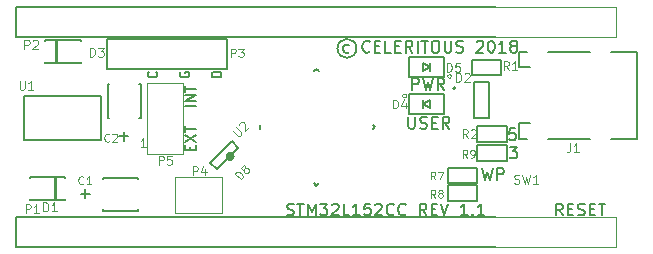
<source format=gto>
G04 #@! TF.FileFunction,Legend,Top*
%FSLAX46Y46*%
G04 Gerber Fmt 4.6, Leading zero omitted, Abs format (unit mm)*
G04 Created by KiCad (PCBNEW 4.0.7) date 07/03/18 10:44:51*
%MOMM*%
%LPD*%
G01*
G04 APERTURE LIST*
%ADD10C,0.100000*%
%ADD11C,0.150000*%
%ADD12C,0.200000*%
%ADD13C,0.152400*%
%ADD14C,0.300000*%
%ADD15C,0.250000*%
%ADD16C,0.097500*%
G04 APERTURE END LIST*
D10*
D11*
X41756667Y8487619D02*
X42375715Y8487619D01*
X42042381Y8106667D01*
X42185239Y8106667D01*
X42280477Y8059048D01*
X42328096Y8011429D01*
X42375715Y7916190D01*
X42375715Y7678095D01*
X42328096Y7582857D01*
X42280477Y7535238D01*
X42185239Y7487619D01*
X41899524Y7487619D01*
X41804286Y7535238D01*
X41756667Y7582857D01*
X42228096Y10047619D02*
X41751905Y10047619D01*
X41704286Y9571429D01*
X41751905Y9619048D01*
X41847143Y9666667D01*
X42085239Y9666667D01*
X42180477Y9619048D01*
X42228096Y9571429D01*
X42275715Y9476190D01*
X42275715Y9238095D01*
X42228096Y9142857D01*
X42180477Y9095238D01*
X42085239Y9047619D01*
X41847143Y9047619D01*
X41751905Y9095238D01*
X41704286Y9142857D01*
X11835714Y14847619D02*
X11873810Y14809524D01*
X11911905Y14695238D01*
X11911905Y14619048D01*
X11873810Y14504762D01*
X11797619Y14428571D01*
X11721429Y14390476D01*
X11569048Y14352381D01*
X11454762Y14352381D01*
X11302381Y14390476D01*
X11226190Y14428571D01*
X11150000Y14504762D01*
X11111905Y14619048D01*
X11111905Y14695238D01*
X11150000Y14809524D01*
X11188095Y14847619D01*
X13850000Y14809524D02*
X13811905Y14733333D01*
X13811905Y14619048D01*
X13850000Y14504762D01*
X13926190Y14428571D01*
X14002381Y14390476D01*
X14154762Y14352381D01*
X14269048Y14352381D01*
X14421429Y14390476D01*
X14497619Y14428571D01*
X14573810Y14504762D01*
X14611905Y14619048D01*
X14611905Y14695238D01*
X14573810Y14809524D01*
X14535714Y14847619D01*
X14269048Y14847619D01*
X14269048Y14695238D01*
X17311905Y14390476D02*
X16511905Y14390476D01*
X16511905Y14580952D01*
X16550000Y14695238D01*
X16626190Y14771429D01*
X16702381Y14809524D01*
X16854762Y14847619D01*
X16969048Y14847619D01*
X17121429Y14809524D01*
X17197619Y14771429D01*
X17273810Y14695238D01*
X17311905Y14580952D01*
X17311905Y14390476D01*
X22892857Y2720238D02*
X23035714Y2672619D01*
X23273810Y2672619D01*
X23369048Y2720238D01*
X23416667Y2767857D01*
X23464286Y2863095D01*
X23464286Y2958333D01*
X23416667Y3053571D01*
X23369048Y3101190D01*
X23273810Y3148810D01*
X23083333Y3196429D01*
X22988095Y3244048D01*
X22940476Y3291667D01*
X22892857Y3386905D01*
X22892857Y3482143D01*
X22940476Y3577381D01*
X22988095Y3625000D01*
X23083333Y3672619D01*
X23321429Y3672619D01*
X23464286Y3625000D01*
X23750000Y3672619D02*
X24321429Y3672619D01*
X24035714Y2672619D02*
X24035714Y3672619D01*
X24654762Y2672619D02*
X24654762Y3672619D01*
X24988096Y2958333D01*
X25321429Y3672619D01*
X25321429Y2672619D01*
X25702381Y3672619D02*
X26321429Y3672619D01*
X25988095Y3291667D01*
X26130953Y3291667D01*
X26226191Y3244048D01*
X26273810Y3196429D01*
X26321429Y3101190D01*
X26321429Y2863095D01*
X26273810Y2767857D01*
X26226191Y2720238D01*
X26130953Y2672619D01*
X25845238Y2672619D01*
X25750000Y2720238D01*
X25702381Y2767857D01*
X26702381Y3577381D02*
X26750000Y3625000D01*
X26845238Y3672619D01*
X27083334Y3672619D01*
X27178572Y3625000D01*
X27226191Y3577381D01*
X27273810Y3482143D01*
X27273810Y3386905D01*
X27226191Y3244048D01*
X26654762Y2672619D01*
X27273810Y2672619D01*
X28178572Y2672619D02*
X27702381Y2672619D01*
X27702381Y3672619D01*
X29035715Y2672619D02*
X28464286Y2672619D01*
X28750000Y2672619D02*
X28750000Y3672619D01*
X28654762Y3529762D01*
X28559524Y3434524D01*
X28464286Y3386905D01*
X29940477Y3672619D02*
X29464286Y3672619D01*
X29416667Y3196429D01*
X29464286Y3244048D01*
X29559524Y3291667D01*
X29797620Y3291667D01*
X29892858Y3244048D01*
X29940477Y3196429D01*
X29988096Y3101190D01*
X29988096Y2863095D01*
X29940477Y2767857D01*
X29892858Y2720238D01*
X29797620Y2672619D01*
X29559524Y2672619D01*
X29464286Y2720238D01*
X29416667Y2767857D01*
X30369048Y3577381D02*
X30416667Y3625000D01*
X30511905Y3672619D01*
X30750001Y3672619D01*
X30845239Y3625000D01*
X30892858Y3577381D01*
X30940477Y3482143D01*
X30940477Y3386905D01*
X30892858Y3244048D01*
X30321429Y2672619D01*
X30940477Y2672619D01*
X31940477Y2767857D02*
X31892858Y2720238D01*
X31750001Y2672619D01*
X31654763Y2672619D01*
X31511905Y2720238D01*
X31416667Y2815476D01*
X31369048Y2910714D01*
X31321429Y3101190D01*
X31321429Y3244048D01*
X31369048Y3434524D01*
X31416667Y3529762D01*
X31511905Y3625000D01*
X31654763Y3672619D01*
X31750001Y3672619D01*
X31892858Y3625000D01*
X31940477Y3577381D01*
X32940477Y2767857D02*
X32892858Y2720238D01*
X32750001Y2672619D01*
X32654763Y2672619D01*
X32511905Y2720238D01*
X32416667Y2815476D01*
X32369048Y2910714D01*
X32321429Y3101190D01*
X32321429Y3244048D01*
X32369048Y3434524D01*
X32416667Y3529762D01*
X32511905Y3625000D01*
X32654763Y3672619D01*
X32750001Y3672619D01*
X32892858Y3625000D01*
X32940477Y3577381D01*
X34702382Y2672619D02*
X34369048Y3148810D01*
X34130953Y2672619D02*
X34130953Y3672619D01*
X34511906Y3672619D01*
X34607144Y3625000D01*
X34654763Y3577381D01*
X34702382Y3482143D01*
X34702382Y3339286D01*
X34654763Y3244048D01*
X34607144Y3196429D01*
X34511906Y3148810D01*
X34130953Y3148810D01*
X35130953Y3196429D02*
X35464287Y3196429D01*
X35607144Y2672619D02*
X35130953Y2672619D01*
X35130953Y3672619D01*
X35607144Y3672619D01*
X35892858Y3672619D02*
X36226191Y2672619D01*
X36559525Y3672619D01*
X38178573Y2672619D02*
X37607144Y2672619D01*
X37892858Y2672619D02*
X37892858Y3672619D01*
X37797620Y3529762D01*
X37702382Y3434524D01*
X37607144Y3386905D01*
X38607144Y2767857D02*
X38654763Y2720238D01*
X38607144Y2672619D01*
X38559525Y2720238D01*
X38607144Y2767857D01*
X38607144Y2672619D01*
X39607144Y2672619D02*
X39035715Y2672619D01*
X39321429Y2672619D02*
X39321429Y3672619D01*
X39226191Y3529762D01*
X39130953Y3434524D01*
X39035715Y3386905D01*
D12*
X28771561Y16810000D02*
G75*
G03X28771561Y16810000I-801561J0D01*
G01*
D11*
X28139048Y16505238D02*
X28043810Y16457619D01*
X27853333Y16457619D01*
X27758095Y16505238D01*
X27710476Y16552857D01*
X27662857Y16648095D01*
X27662857Y16933810D01*
X27710476Y17029048D01*
X27758095Y17076667D01*
X27853333Y17124286D01*
X28043810Y17124286D01*
X28139048Y17076667D01*
X29900953Y16552857D02*
X29853334Y16505238D01*
X29710477Y16457619D01*
X29615239Y16457619D01*
X29472381Y16505238D01*
X29377143Y16600476D01*
X29329524Y16695714D01*
X29281905Y16886190D01*
X29281905Y17029048D01*
X29329524Y17219524D01*
X29377143Y17314762D01*
X29472381Y17410000D01*
X29615239Y17457619D01*
X29710477Y17457619D01*
X29853334Y17410000D01*
X29900953Y17362381D01*
X30329524Y16981429D02*
X30662858Y16981429D01*
X30805715Y16457619D02*
X30329524Y16457619D01*
X30329524Y17457619D01*
X30805715Y17457619D01*
X31710477Y16457619D02*
X31234286Y16457619D01*
X31234286Y17457619D01*
X32043810Y16981429D02*
X32377144Y16981429D01*
X32520001Y16457619D02*
X32043810Y16457619D01*
X32043810Y17457619D01*
X32520001Y17457619D01*
X33520001Y16457619D02*
X33186667Y16933810D01*
X32948572Y16457619D02*
X32948572Y17457619D01*
X33329525Y17457619D01*
X33424763Y17410000D01*
X33472382Y17362381D01*
X33520001Y17267143D01*
X33520001Y17124286D01*
X33472382Y17029048D01*
X33424763Y16981429D01*
X33329525Y16933810D01*
X32948572Y16933810D01*
X33948572Y16457619D02*
X33948572Y17457619D01*
X34281905Y17457619D02*
X34853334Y17457619D01*
X34567619Y16457619D02*
X34567619Y17457619D01*
X35377143Y17457619D02*
X35567620Y17457619D01*
X35662858Y17410000D01*
X35758096Y17314762D01*
X35805715Y17124286D01*
X35805715Y16790952D01*
X35758096Y16600476D01*
X35662858Y16505238D01*
X35567620Y16457619D01*
X35377143Y16457619D01*
X35281905Y16505238D01*
X35186667Y16600476D01*
X35139048Y16790952D01*
X35139048Y17124286D01*
X35186667Y17314762D01*
X35281905Y17410000D01*
X35377143Y17457619D01*
X36234286Y17457619D02*
X36234286Y16648095D01*
X36281905Y16552857D01*
X36329524Y16505238D01*
X36424762Y16457619D01*
X36615239Y16457619D01*
X36710477Y16505238D01*
X36758096Y16552857D01*
X36805715Y16648095D01*
X36805715Y17457619D01*
X37234286Y16505238D02*
X37377143Y16457619D01*
X37615239Y16457619D01*
X37710477Y16505238D01*
X37758096Y16552857D01*
X37805715Y16648095D01*
X37805715Y16743333D01*
X37758096Y16838571D01*
X37710477Y16886190D01*
X37615239Y16933810D01*
X37424762Y16981429D01*
X37329524Y17029048D01*
X37281905Y17076667D01*
X37234286Y17171905D01*
X37234286Y17267143D01*
X37281905Y17362381D01*
X37329524Y17410000D01*
X37424762Y17457619D01*
X37662858Y17457619D01*
X37805715Y17410000D01*
X38948572Y17362381D02*
X38996191Y17410000D01*
X39091429Y17457619D01*
X39329525Y17457619D01*
X39424763Y17410000D01*
X39472382Y17362381D01*
X39520001Y17267143D01*
X39520001Y17171905D01*
X39472382Y17029048D01*
X38900953Y16457619D01*
X39520001Y16457619D01*
X40139048Y17457619D02*
X40234287Y17457619D01*
X40329525Y17410000D01*
X40377144Y17362381D01*
X40424763Y17267143D01*
X40472382Y17076667D01*
X40472382Y16838571D01*
X40424763Y16648095D01*
X40377144Y16552857D01*
X40329525Y16505238D01*
X40234287Y16457619D01*
X40139048Y16457619D01*
X40043810Y16505238D01*
X39996191Y16552857D01*
X39948572Y16648095D01*
X39900953Y16838571D01*
X39900953Y17076667D01*
X39948572Y17267143D01*
X39996191Y17362381D01*
X40043810Y17410000D01*
X40139048Y17457619D01*
X41424763Y16457619D02*
X40853334Y16457619D01*
X41139048Y16457619D02*
X41139048Y17457619D01*
X41043810Y17314762D01*
X40948572Y17219524D01*
X40853334Y17171905D01*
X41996191Y17029048D02*
X41900953Y17076667D01*
X41853334Y17124286D01*
X41805715Y17219524D01*
X41805715Y17267143D01*
X41853334Y17362381D01*
X41900953Y17410000D01*
X41996191Y17457619D01*
X42186668Y17457619D01*
X42281906Y17410000D01*
X42329525Y17362381D01*
X42377144Y17267143D01*
X42377144Y17219524D01*
X42329525Y17124286D01*
X42281906Y17076667D01*
X42186668Y17029048D01*
X41996191Y17029048D01*
X41900953Y16981429D01*
X41853334Y16933810D01*
X41805715Y16838571D01*
X41805715Y16648095D01*
X41853334Y16552857D01*
X41900953Y16505238D01*
X41996191Y16457619D01*
X42186668Y16457619D01*
X42281906Y16505238D01*
X42329525Y16552857D01*
X42377144Y16648095D01*
X42377144Y16838571D01*
X42329525Y16933810D01*
X42281906Y16981429D01*
X42186668Y17029048D01*
X14705714Y8181430D02*
X14705714Y8481430D01*
X15177143Y8610001D02*
X15177143Y8181430D01*
X14277143Y8181430D01*
X14277143Y8610001D01*
X14277143Y8910001D02*
X15177143Y9510001D01*
X14277143Y9510001D02*
X15177143Y8910001D01*
X14277143Y9724287D02*
X14277143Y10238573D01*
X15177143Y9981430D02*
X14277143Y9981430D01*
X15177143Y11910001D02*
X14277143Y11910001D01*
X15177143Y12338572D02*
X14277143Y12338572D01*
X15177143Y12852857D01*
X14277143Y12852857D01*
X14277143Y13152857D02*
X14277143Y13667143D01*
X15177143Y13410000D02*
X14277143Y13410000D01*
X39441429Y6657619D02*
X39679524Y5657619D01*
X39870001Y6371905D01*
X40060477Y5657619D01*
X40298572Y6657619D01*
X40679524Y5657619D02*
X40679524Y6657619D01*
X41060477Y6657619D01*
X41155715Y6610000D01*
X41203334Y6562381D01*
X41250953Y6467143D01*
X41250953Y6324286D01*
X41203334Y6229048D01*
X41155715Y6181429D01*
X41060477Y6133810D01*
X40679524Y6133810D01*
X33496667Y13287619D02*
X33496667Y14287619D01*
X33877620Y14287619D01*
X33972858Y14240000D01*
X34020477Y14192381D01*
X34068096Y14097143D01*
X34068096Y13954286D01*
X34020477Y13859048D01*
X33972858Y13811429D01*
X33877620Y13763810D01*
X33496667Y13763810D01*
X34401429Y14287619D02*
X34639524Y13287619D01*
X34830001Y14001905D01*
X35020477Y13287619D01*
X35258572Y14287619D01*
X36210953Y13287619D02*
X35877619Y13763810D01*
X35639524Y13287619D02*
X35639524Y14287619D01*
X36020477Y14287619D01*
X36115715Y14240000D01*
X36163334Y14192381D01*
X36210953Y14097143D01*
X36210953Y13954286D01*
X36163334Y13859048D01*
X36115715Y13811429D01*
X36020477Y13763810D01*
X35639524Y13763810D01*
X33165714Y11007619D02*
X33165714Y10198095D01*
X33213333Y10102857D01*
X33260952Y10055238D01*
X33356190Y10007619D01*
X33546667Y10007619D01*
X33641905Y10055238D01*
X33689524Y10102857D01*
X33737143Y10198095D01*
X33737143Y11007619D01*
X34165714Y10055238D02*
X34308571Y10007619D01*
X34546667Y10007619D01*
X34641905Y10055238D01*
X34689524Y10102857D01*
X34737143Y10198095D01*
X34737143Y10293333D01*
X34689524Y10388571D01*
X34641905Y10436190D01*
X34546667Y10483810D01*
X34356190Y10531429D01*
X34260952Y10579048D01*
X34213333Y10626667D01*
X34165714Y10721905D01*
X34165714Y10817143D01*
X34213333Y10912381D01*
X34260952Y10960000D01*
X34356190Y11007619D01*
X34594286Y11007619D01*
X34737143Y10960000D01*
X35165714Y10531429D02*
X35499048Y10531429D01*
X35641905Y10007619D02*
X35165714Y10007619D01*
X35165714Y11007619D01*
X35641905Y11007619D01*
X36641905Y10007619D02*
X36308571Y10483810D01*
X36070476Y10007619D02*
X36070476Y11007619D01*
X36451429Y11007619D01*
X36546667Y10960000D01*
X36594286Y10912381D01*
X36641905Y10817143D01*
X36641905Y10674286D01*
X36594286Y10579048D01*
X36546667Y10531429D01*
X36451429Y10483810D01*
X36070476Y10483810D01*
X46237619Y2667619D02*
X45904285Y3143810D01*
X45666190Y2667619D02*
X45666190Y3667619D01*
X46047143Y3667619D01*
X46142381Y3620000D01*
X46190000Y3572381D01*
X46237619Y3477143D01*
X46237619Y3334286D01*
X46190000Y3239048D01*
X46142381Y3191429D01*
X46047143Y3143810D01*
X45666190Y3143810D01*
X46666190Y3191429D02*
X46999524Y3191429D01*
X47142381Y2667619D02*
X46666190Y2667619D01*
X46666190Y3667619D01*
X47142381Y3667619D01*
X47523333Y2715238D02*
X47666190Y2667619D01*
X47904286Y2667619D01*
X47999524Y2715238D01*
X48047143Y2762857D01*
X48094762Y2858095D01*
X48094762Y2953333D01*
X48047143Y3048571D01*
X47999524Y3096190D01*
X47904286Y3143810D01*
X47713809Y3191429D01*
X47618571Y3239048D01*
X47570952Y3286667D01*
X47523333Y3381905D01*
X47523333Y3477143D01*
X47570952Y3572381D01*
X47618571Y3620000D01*
X47713809Y3667619D01*
X47951905Y3667619D01*
X48094762Y3620000D01*
X48523333Y3191429D02*
X48856667Y3191429D01*
X48999524Y2667619D02*
X48523333Y2667619D01*
X48523333Y3667619D01*
X48999524Y3667619D01*
X49285238Y3667619D02*
X49856667Y3667619D01*
X49570952Y2667619D02*
X49570952Y3667619D01*
X39966500Y13936000D02*
X39966500Y10936000D01*
X39966500Y10936000D02*
X38766500Y10936000D01*
X38766500Y10936000D02*
X38766500Y13936000D01*
X38766500Y13936000D02*
X39966500Y13936000D01*
X37166500Y13436000D02*
G75*
G03X37166500Y13436000I-100000J0D01*
G01*
X43232000Y9117000D02*
X42532000Y9117000D01*
X42532000Y9117000D02*
X42532000Y10517000D01*
X42532000Y10517000D02*
X43432000Y10517000D01*
X48532000Y9117000D02*
X45032000Y9117000D01*
X50332000Y16517000D02*
X52532000Y16517000D01*
X52532000Y16517000D02*
X52532000Y9117000D01*
X52532000Y9117000D02*
X50332000Y9117000D01*
X45032000Y16517000D02*
X48532000Y16517000D01*
X43432000Y15217000D02*
X42532000Y15217000D01*
X42532000Y15217000D02*
X42532000Y16517000D01*
X42532000Y16517000D02*
X43232000Y16517000D01*
D10*
X40630000Y2530000D02*
X50790000Y2530000D01*
X50790000Y2530000D02*
X50790000Y-10000D01*
X50790000Y-10000D02*
X40630000Y-10000D01*
D13*
X25390000Y-10000D02*
X40630000Y-10000D01*
X40630000Y2530000D02*
X25390000Y2530000D01*
X25390000Y-10000D02*
X-10000Y-10000D01*
D11*
X-10000Y-10000D02*
X-10000Y2530000D01*
X-10000Y2530000D02*
X25390000Y2530000D01*
D10*
X40630000Y20310000D02*
X50790000Y20310000D01*
X50790000Y20310000D02*
X50790000Y17770000D01*
X50790000Y17770000D02*
X40630000Y17770000D01*
D13*
X25390000Y17770000D02*
X40630000Y17770000D01*
X40630000Y20310000D02*
X25390000Y20310000D01*
X25390000Y17770000D02*
X-10000Y17770000D01*
D11*
X-10000Y17770000D02*
X-10000Y20310000D01*
X-10000Y20310000D02*
X25390000Y20310000D01*
X17790000Y17630000D02*
X17790000Y15090000D01*
X17790000Y15090000D02*
X7630000Y15090000D01*
X7630000Y15090000D02*
X7630000Y17630000D01*
X7630000Y17630000D02*
X17790000Y17630000D01*
D12*
X38554500Y15816000D02*
X41054500Y15816000D01*
X41054500Y15816000D02*
X41054500Y14516000D01*
X41054500Y14516000D02*
X38554500Y14516000D01*
X38554500Y14516000D02*
X38554500Y15816000D01*
X41520000Y8910000D02*
X39020000Y8910000D01*
X39020000Y8910000D02*
X39020000Y10210000D01*
X39020000Y10210000D02*
X41520000Y10210000D01*
X41520000Y10210000D02*
X41520000Y8910000D01*
D11*
X620000Y12810000D02*
X7120000Y12810000D01*
X7120000Y12810000D02*
X7120000Y9060000D01*
X7120000Y9060000D02*
X620000Y9060000D01*
X620000Y9060000D02*
X620000Y12810000D01*
D14*
X18306310Y7655285D02*
G75*
G03X18306310Y7655285I-224442J0D01*
G01*
D11*
X20617029Y9973223D02*
X20617029Y10326777D01*
X25213223Y14922971D02*
X25390000Y15099747D01*
X25390000Y15099747D02*
X25566777Y14922971D01*
X25566777Y5377029D02*
X25390000Y5200253D01*
X25390000Y5200253D02*
X25213223Y5377029D01*
X30162971Y9973223D02*
X30339747Y10150000D01*
X30339747Y10150000D02*
X30162971Y10326777D01*
D12*
X33220000Y12960000D02*
X36220000Y12960000D01*
X36220000Y12960000D02*
X36220000Y11260000D01*
X36220000Y11260000D02*
X33220000Y11260000D01*
X33220000Y11260000D02*
X33220000Y12960000D01*
X34425600Y12110000D02*
X35014400Y12450000D01*
X35014400Y12450000D02*
X35014400Y11770000D01*
X35014400Y11770000D02*
X34425600Y12110000D01*
X34425600Y12450000D02*
X34425600Y11770000D01*
X36220000Y14410000D02*
X33220000Y14410000D01*
X33220000Y14410000D02*
X33220000Y16110000D01*
X33220000Y16110000D02*
X36220000Y16110000D01*
X36220000Y16110000D02*
X36220000Y14410000D01*
X35014400Y15260000D02*
X34425600Y14920000D01*
X34425600Y14920000D02*
X34425600Y15600000D01*
X34425600Y15600000D02*
X35014400Y15260000D01*
X35014400Y14920000D02*
X35014400Y15600000D01*
D10*
X17420000Y2910000D02*
X13420000Y2910000D01*
X17420000Y5910000D02*
X13420000Y5910000D01*
X13420000Y5910000D02*
X13420000Y2910000D01*
X17420000Y2910000D02*
X17420000Y5910000D01*
X11070000Y7910000D02*
X11070000Y13910000D01*
X14070000Y13910000D02*
X14070000Y7910000D01*
X14070000Y13910000D02*
X11070000Y13910000D01*
X11070000Y7910000D02*
X14070000Y7910000D01*
D12*
X39020000Y5410000D02*
X36520000Y5410000D01*
X36520000Y5410000D02*
X36520000Y6710000D01*
X36520000Y6710000D02*
X39020000Y6710000D01*
X39020000Y6710000D02*
X39020000Y5410000D01*
X36520000Y5210000D02*
X39020000Y5210000D01*
X39020000Y5210000D02*
X39020000Y3910000D01*
X39020000Y3910000D02*
X36520000Y3910000D01*
X36520000Y3910000D02*
X36520000Y5210000D01*
X41520000Y7310000D02*
X39020000Y7310000D01*
X39020000Y7310000D02*
X39020000Y8610000D01*
X39020000Y8610000D02*
X41520000Y8610000D01*
X41520000Y8610000D02*
X41520000Y7310000D01*
D11*
X10390000Y13807000D02*
X10517000Y13807000D01*
X10517000Y13807000D02*
X10517000Y10886000D01*
X10517000Y10886000D02*
X10390000Y10886000D01*
X7850000Y10886000D02*
X7723000Y10886000D01*
X7723000Y10886000D02*
X7723000Y13807000D01*
X7723000Y13807000D02*
X7850000Y13807000D01*
X10267000Y3190000D02*
X10267000Y3063000D01*
X10267000Y3063000D02*
X7346000Y3063000D01*
X7346000Y3063000D02*
X7346000Y3190000D01*
X7346000Y5730000D02*
X7346000Y5857000D01*
X7346000Y5857000D02*
X10267000Y5857000D01*
X10267000Y5857000D02*
X10267000Y5730000D01*
X18764975Y8403503D02*
X18199289Y8969188D01*
X18199289Y8969188D02*
X16360812Y7130711D01*
X16360812Y7130711D02*
X16926497Y6565025D01*
X16926497Y6565025D02*
X18764975Y8403503D01*
D15*
X3320000Y15660000D02*
X3320000Y17460000D01*
D11*
X5420000Y17460000D02*
X5420000Y17560000D01*
X5420000Y17560000D02*
X2420000Y17560000D01*
X2420000Y17560000D02*
X2420000Y17460000D01*
X5420000Y15660000D02*
X5420000Y15560000D01*
X5420000Y15560000D02*
X2420000Y15560000D01*
X2420000Y15560000D02*
X2420000Y15660000D01*
D15*
X3220000Y5860000D02*
X3220000Y4060000D01*
D11*
X1120000Y4060000D02*
X1120000Y3960000D01*
X1120000Y3960000D02*
X4120000Y3960000D01*
X4120000Y3960000D02*
X4120000Y4060000D01*
X1120000Y5860000D02*
X1120000Y5960000D01*
X1120000Y5960000D02*
X4120000Y5960000D01*
X4120000Y5960000D02*
X4120000Y5860000D01*
D10*
X37216428Y13970714D02*
X37216428Y14720714D01*
X37395000Y14720714D01*
X37502143Y14685000D01*
X37573571Y14613571D01*
X37609286Y14542143D01*
X37645000Y14399286D01*
X37645000Y14292143D01*
X37609286Y14149286D01*
X37573571Y14077857D01*
X37502143Y14006429D01*
X37395000Y13970714D01*
X37216428Y13970714D01*
X37930714Y14649286D02*
X37966428Y14685000D01*
X38037857Y14720714D01*
X38216428Y14720714D01*
X38287857Y14685000D01*
X38323571Y14649286D01*
X38359286Y14577857D01*
X38359286Y14506429D01*
X38323571Y14399286D01*
X37895000Y13970714D01*
X38359286Y13970714D01*
X46857000Y8782714D02*
X46857000Y8247000D01*
X46821286Y8139857D01*
X46749857Y8068429D01*
X46642714Y8032714D01*
X46571286Y8032714D01*
X47607001Y8032714D02*
X47178429Y8032714D01*
X47392715Y8032714D02*
X47392715Y8782714D01*
X47321286Y8675571D01*
X47249858Y8604143D01*
X47178429Y8568429D01*
X803334Y2893333D02*
X803334Y3593333D01*
X1070000Y3593333D01*
X1136667Y3560000D01*
X1170000Y3526667D01*
X1203334Y3460000D01*
X1203334Y3360000D01*
X1170000Y3293333D01*
X1136667Y3260000D01*
X1070000Y3226667D01*
X803334Y3226667D01*
X1870000Y2893333D02*
X1470000Y2893333D01*
X1670000Y2893333D02*
X1670000Y3593333D01*
X1603334Y3493333D01*
X1536667Y3426667D01*
X1470000Y3393333D01*
X666428Y16770714D02*
X666428Y17520714D01*
X952143Y17520714D01*
X1023571Y17485000D01*
X1059286Y17449286D01*
X1095000Y17377857D01*
X1095000Y17270714D01*
X1059286Y17199286D01*
X1023571Y17163571D01*
X952143Y17127857D01*
X666428Y17127857D01*
X1380714Y17449286D02*
X1416428Y17485000D01*
X1487857Y17520714D01*
X1666428Y17520714D01*
X1737857Y17485000D01*
X1773571Y17449286D01*
X1809286Y17377857D01*
X1809286Y17306429D01*
X1773571Y17199286D01*
X1345000Y16770714D01*
X1809286Y16770714D01*
X18153334Y16093333D02*
X18153334Y16793333D01*
X18420000Y16793333D01*
X18486667Y16760000D01*
X18520000Y16726667D01*
X18553334Y16660000D01*
X18553334Y16560000D01*
X18520000Y16493333D01*
X18486667Y16460000D01*
X18420000Y16426667D01*
X18153334Y16426667D01*
X18786667Y16793333D02*
X19220000Y16793333D01*
X18986667Y16526667D01*
X19086667Y16526667D01*
X19153334Y16493333D01*
X19186667Y16460000D01*
X19220000Y16393333D01*
X19220000Y16226667D01*
X19186667Y16160000D01*
X19153334Y16126667D01*
X19086667Y16093333D01*
X18886667Y16093333D01*
X18820000Y16126667D01*
X18786667Y16160000D01*
X41695000Y14970714D02*
X41445000Y15327857D01*
X41266428Y14970714D02*
X41266428Y15720714D01*
X41552143Y15720714D01*
X41623571Y15685000D01*
X41659286Y15649286D01*
X41695000Y15577857D01*
X41695000Y15470714D01*
X41659286Y15399286D01*
X41623571Y15363571D01*
X41552143Y15327857D01*
X41266428Y15327857D01*
X42409286Y14970714D02*
X41980714Y14970714D01*
X42195000Y14970714D02*
X42195000Y15720714D01*
X42123571Y15613571D01*
X42052143Y15542143D01*
X41980714Y15506429D01*
X38195000Y9220714D02*
X37945000Y9577857D01*
X37766428Y9220714D02*
X37766428Y9970714D01*
X38052143Y9970714D01*
X38123571Y9935000D01*
X38159286Y9899286D01*
X38195000Y9827857D01*
X38195000Y9720714D01*
X38159286Y9649286D01*
X38123571Y9613571D01*
X38052143Y9577857D01*
X37766428Y9577857D01*
X38480714Y9899286D02*
X38516428Y9935000D01*
X38587857Y9970714D01*
X38766428Y9970714D01*
X38837857Y9935000D01*
X38873571Y9899286D01*
X38909286Y9827857D01*
X38909286Y9756429D01*
X38873571Y9649286D01*
X38445000Y9220714D01*
X38909286Y9220714D01*
X250571Y14062714D02*
X250571Y13455571D01*
X286286Y13384143D01*
X322000Y13348429D01*
X393429Y13312714D01*
X536286Y13312714D01*
X607714Y13348429D01*
X643429Y13384143D01*
X679143Y13455571D01*
X679143Y14062714D01*
X1429143Y13312714D02*
X1000571Y13312714D01*
X1214857Y13312714D02*
X1214857Y14062714D01*
X1143428Y13955571D01*
X1072000Y13884143D01*
X1000571Y13848429D01*
X18282020Y9845857D02*
X18711335Y9416542D01*
X18787096Y9391289D01*
X18837604Y9391289D01*
X18913366Y9416543D01*
X19014381Y9517558D01*
X19039634Y9593320D01*
X19039635Y9643828D01*
X19014381Y9719589D01*
X18585066Y10148904D01*
X18862857Y10325680D02*
X18862857Y10376187D01*
X18888112Y10451949D01*
X19014380Y10578218D01*
X19090142Y10603472D01*
X19140649Y10603472D01*
X19216411Y10578218D01*
X19266919Y10527711D01*
X19317426Y10426695D01*
X19317427Y9820604D01*
X19645726Y10148904D01*
X31866428Y11720714D02*
X31866428Y12470714D01*
X32045000Y12470714D01*
X32152143Y12435000D01*
X32223571Y12363571D01*
X32259286Y12292143D01*
X32295000Y12149286D01*
X32295000Y12042143D01*
X32259286Y11899286D01*
X32223571Y11827857D01*
X32152143Y11756429D01*
X32045000Y11720714D01*
X31866428Y11720714D01*
X32937857Y12220714D02*
X32937857Y11720714D01*
X32759286Y12506429D02*
X32580714Y11970714D01*
X33045000Y11970714D01*
X32781905Y12983810D02*
X32858095Y12983810D01*
X32934286Y12945714D01*
X32972381Y12869524D01*
X32972381Y12793333D01*
X32934286Y12717143D01*
X32858095Y12679048D01*
X32781905Y12679048D01*
X32705714Y12717143D01*
X32667619Y12793333D01*
X32667619Y12869524D01*
X32705714Y12945714D01*
X32781905Y12983810D01*
X36416428Y14820714D02*
X36416428Y15570714D01*
X36595000Y15570714D01*
X36702143Y15535000D01*
X36773571Y15463571D01*
X36809286Y15392143D01*
X36845000Y15249286D01*
X36845000Y15142143D01*
X36809286Y14999286D01*
X36773571Y14927857D01*
X36702143Y14856429D01*
X36595000Y14820714D01*
X36416428Y14820714D01*
X37523571Y15570714D02*
X37166428Y15570714D01*
X37130714Y15213571D01*
X37166428Y15249286D01*
X37237857Y15285000D01*
X37416428Y15285000D01*
X37487857Y15249286D01*
X37523571Y15213571D01*
X37559286Y15142143D01*
X37559286Y14963571D01*
X37523571Y14892143D01*
X37487857Y14856429D01*
X37416428Y14820714D01*
X37237857Y14820714D01*
X37166428Y14856429D01*
X37130714Y14892143D01*
X36581905Y14633810D02*
X36658095Y14633810D01*
X36734286Y14595714D01*
X36772381Y14519524D01*
X36772381Y14443333D01*
X36734286Y14367143D01*
X36658095Y14329048D01*
X36581905Y14329048D01*
X36505714Y14367143D01*
X36467619Y14443333D01*
X36467619Y14519524D01*
X36505714Y14595714D01*
X36581905Y14633810D01*
X14916428Y6070714D02*
X14916428Y6820714D01*
X15202143Y6820714D01*
X15273571Y6785000D01*
X15309286Y6749286D01*
X15345000Y6677857D01*
X15345000Y6570714D01*
X15309286Y6499286D01*
X15273571Y6463571D01*
X15202143Y6427857D01*
X14916428Y6427857D01*
X15987857Y6570714D02*
X15987857Y6070714D01*
X15809286Y6856429D02*
X15630714Y6320714D01*
X16095000Y6320714D01*
X12016428Y6970714D02*
X12016428Y7720714D01*
X12302143Y7720714D01*
X12373571Y7685000D01*
X12409286Y7649286D01*
X12445000Y7577857D01*
X12445000Y7470714D01*
X12409286Y7399286D01*
X12373571Y7363571D01*
X12302143Y7327857D01*
X12016428Y7327857D01*
X13123571Y7720714D02*
X12766428Y7720714D01*
X12730714Y7363571D01*
X12766428Y7399286D01*
X12837857Y7435000D01*
X13016428Y7435000D01*
X13087857Y7399286D01*
X13123571Y7363571D01*
X13159286Y7292143D01*
X13159286Y7113571D01*
X13123571Y7042143D01*
X13087857Y7006429D01*
X13016428Y6970714D01*
X12837857Y6970714D01*
X12766428Y7006429D01*
X12730714Y7042143D01*
X10934286Y8470714D02*
X10505714Y8470714D01*
X10720000Y8470714D02*
X10720000Y9220714D01*
X10648571Y9113571D01*
X10577143Y9042143D01*
X10505714Y9006429D01*
X42150000Y5396429D02*
X42257143Y5360714D01*
X42435714Y5360714D01*
X42507143Y5396429D01*
X42542857Y5432143D01*
X42578572Y5503571D01*
X42578572Y5575000D01*
X42542857Y5646429D01*
X42507143Y5682143D01*
X42435714Y5717857D01*
X42292857Y5753571D01*
X42221429Y5789286D01*
X42185714Y5825000D01*
X42150000Y5896429D01*
X42150000Y5967857D01*
X42185714Y6039286D01*
X42221429Y6075000D01*
X42292857Y6110714D01*
X42471429Y6110714D01*
X42578572Y6075000D01*
X42828572Y6110714D02*
X43007143Y5360714D01*
X43150000Y5896429D01*
X43292858Y5360714D01*
X43471429Y6110714D01*
X44150001Y5360714D02*
X43721429Y5360714D01*
X43935715Y5360714D02*
X43935715Y6110714D01*
X43864286Y6003571D01*
X43792858Y5932143D01*
X43721429Y5896429D01*
D16*
X35461666Y5715952D02*
X35245000Y6025476D01*
X35090238Y5715952D02*
X35090238Y6365952D01*
X35337857Y6365952D01*
X35399762Y6335000D01*
X35430714Y6304048D01*
X35461666Y6242143D01*
X35461666Y6149286D01*
X35430714Y6087381D01*
X35399762Y6056429D01*
X35337857Y6025476D01*
X35090238Y6025476D01*
X35678333Y6365952D02*
X36111666Y6365952D01*
X35833095Y5715952D01*
X35461666Y4165952D02*
X35245000Y4475476D01*
X35090238Y4165952D02*
X35090238Y4815952D01*
X35337857Y4815952D01*
X35399762Y4785000D01*
X35430714Y4754048D01*
X35461666Y4692143D01*
X35461666Y4599286D01*
X35430714Y4537381D01*
X35399762Y4506429D01*
X35337857Y4475476D01*
X35090238Y4475476D01*
X35833095Y4537381D02*
X35771190Y4568333D01*
X35740238Y4599286D01*
X35709286Y4661190D01*
X35709286Y4692143D01*
X35740238Y4754048D01*
X35771190Y4785000D01*
X35833095Y4815952D01*
X35956905Y4815952D01*
X36018809Y4785000D01*
X36049762Y4754048D01*
X36080714Y4692143D01*
X36080714Y4661190D01*
X36049762Y4599286D01*
X36018809Y4568333D01*
X35956905Y4537381D01*
X35833095Y4537381D01*
X35771190Y4506429D01*
X35740238Y4475476D01*
X35709286Y4413571D01*
X35709286Y4289762D01*
X35740238Y4227857D01*
X35771190Y4196905D01*
X35833095Y4165952D01*
X35956905Y4165952D01*
X36018809Y4196905D01*
X36049762Y4227857D01*
X36080714Y4289762D01*
X36080714Y4413571D01*
X36049762Y4475476D01*
X36018809Y4506429D01*
X35956905Y4537381D01*
X38161666Y7565952D02*
X37945000Y7875476D01*
X37790238Y7565952D02*
X37790238Y8215952D01*
X38037857Y8215952D01*
X38099762Y8185000D01*
X38130714Y8154048D01*
X38161666Y8092143D01*
X38161666Y7999286D01*
X38130714Y7937381D01*
X38099762Y7906429D01*
X38037857Y7875476D01*
X37790238Y7875476D01*
X38471190Y7565952D02*
X38595000Y7565952D01*
X38656905Y7596905D01*
X38687857Y7627857D01*
X38749762Y7720714D01*
X38780714Y7844524D01*
X38780714Y8092143D01*
X38749762Y8154048D01*
X38718809Y8185000D01*
X38656905Y8215952D01*
X38533095Y8215952D01*
X38471190Y8185000D01*
X38440238Y8154048D01*
X38409286Y8092143D01*
X38409286Y7937381D01*
X38440238Y7875476D01*
X38471190Y7844524D01*
X38533095Y7813571D01*
X38656905Y7813571D01*
X38718809Y7844524D01*
X38749762Y7875476D01*
X38780714Y7937381D01*
D10*
X7853334Y8960000D02*
X7820000Y8926667D01*
X7720000Y8893333D01*
X7653334Y8893333D01*
X7553334Y8926667D01*
X7486667Y8993333D01*
X7453334Y9060000D01*
X7420000Y9193333D01*
X7420000Y9293333D01*
X7453334Y9426667D01*
X7486667Y9493333D01*
X7553334Y9560000D01*
X7653334Y9593333D01*
X7720000Y9593333D01*
X7820000Y9560000D01*
X7853334Y9526667D01*
X8120000Y9526667D02*
X8153334Y9560000D01*
X8220000Y9593333D01*
X8386667Y9593333D01*
X8453334Y9560000D01*
X8486667Y9526667D01*
X8520000Y9460000D01*
X8520000Y9393333D01*
X8486667Y9293333D01*
X8086667Y8893333D01*
X8520000Y8893333D01*
D11*
X9064429Y8981048D02*
X9064429Y9742953D01*
X9445381Y9362001D02*
X8683476Y9362001D01*
D10*
X5653334Y5360000D02*
X5620000Y5326667D01*
X5520000Y5293333D01*
X5453334Y5293333D01*
X5353334Y5326667D01*
X5286667Y5393333D01*
X5253334Y5460000D01*
X5220000Y5593333D01*
X5220000Y5693333D01*
X5253334Y5826667D01*
X5286667Y5893333D01*
X5353334Y5960000D01*
X5453334Y5993333D01*
X5520000Y5993333D01*
X5620000Y5960000D01*
X5653334Y5926667D01*
X6320000Y5293333D02*
X5920000Y5293333D01*
X6120000Y5293333D02*
X6120000Y5993333D01*
X6053334Y5893333D01*
X5986667Y5826667D01*
X5920000Y5793333D01*
D11*
X5441048Y4515571D02*
X6202953Y4515571D01*
X5822001Y4134619D02*
X5822001Y4896524D01*
D10*
X18978579Y5720745D02*
X18483605Y6215719D01*
X18601455Y6333570D01*
X18695736Y6380711D01*
X18790017Y6380711D01*
X18860727Y6357141D01*
X18978579Y6286430D01*
X19049290Y6215719D01*
X19120000Y6097868D01*
X19143571Y6027157D01*
X19143570Y5932877D01*
X19096430Y5838595D01*
X18978579Y5720745D01*
X19261422Y6569273D02*
X19190711Y6545703D01*
X19143571Y6545703D01*
X19072859Y6569273D01*
X19049289Y6592843D01*
X19025719Y6663554D01*
X19025719Y6710694D01*
X19049290Y6781405D01*
X19143571Y6875685D01*
X19214281Y6899256D01*
X19261421Y6899256D01*
X19332132Y6875685D01*
X19355702Y6852115D01*
X19379273Y6781405D01*
X19379273Y6734265D01*
X19355703Y6663553D01*
X19261422Y6569273D01*
X19237851Y6498562D01*
X19237851Y6451422D01*
X19261421Y6380711D01*
X19355702Y6286430D01*
X19426413Y6262860D01*
X19473553Y6262860D01*
X19544265Y6286430D01*
X19638545Y6380711D01*
X19662115Y6451422D01*
X19662115Y6498562D01*
X19638545Y6569273D01*
X19544264Y6663553D01*
X19473553Y6687124D01*
X19426413Y6687124D01*
X19355703Y6663553D01*
X6216428Y16120714D02*
X6216428Y16870714D01*
X6395000Y16870714D01*
X6502143Y16835000D01*
X6573571Y16763571D01*
X6609286Y16692143D01*
X6645000Y16549286D01*
X6645000Y16442143D01*
X6609286Y16299286D01*
X6573571Y16227857D01*
X6502143Y16156429D01*
X6395000Y16120714D01*
X6216428Y16120714D01*
X6895000Y16870714D02*
X7359286Y16870714D01*
X7109286Y16585000D01*
X7216428Y16585000D01*
X7287857Y16549286D01*
X7323571Y16513571D01*
X7359286Y16442143D01*
X7359286Y16263571D01*
X7323571Y16192143D01*
X7287857Y16156429D01*
X7216428Y16120714D01*
X7002143Y16120714D01*
X6930714Y16156429D01*
X6895000Y16192143D01*
X2266428Y3020714D02*
X2266428Y3770714D01*
X2445000Y3770714D01*
X2552143Y3735000D01*
X2623571Y3663571D01*
X2659286Y3592143D01*
X2695000Y3449286D01*
X2695000Y3342143D01*
X2659286Y3199286D01*
X2623571Y3127857D01*
X2552143Y3056429D01*
X2445000Y3020714D01*
X2266428Y3020714D01*
X3409286Y3020714D02*
X2980714Y3020714D01*
X3195000Y3020714D02*
X3195000Y3770714D01*
X3123571Y3663571D01*
X3052143Y3592143D01*
X2980714Y3556429D01*
M02*

</source>
